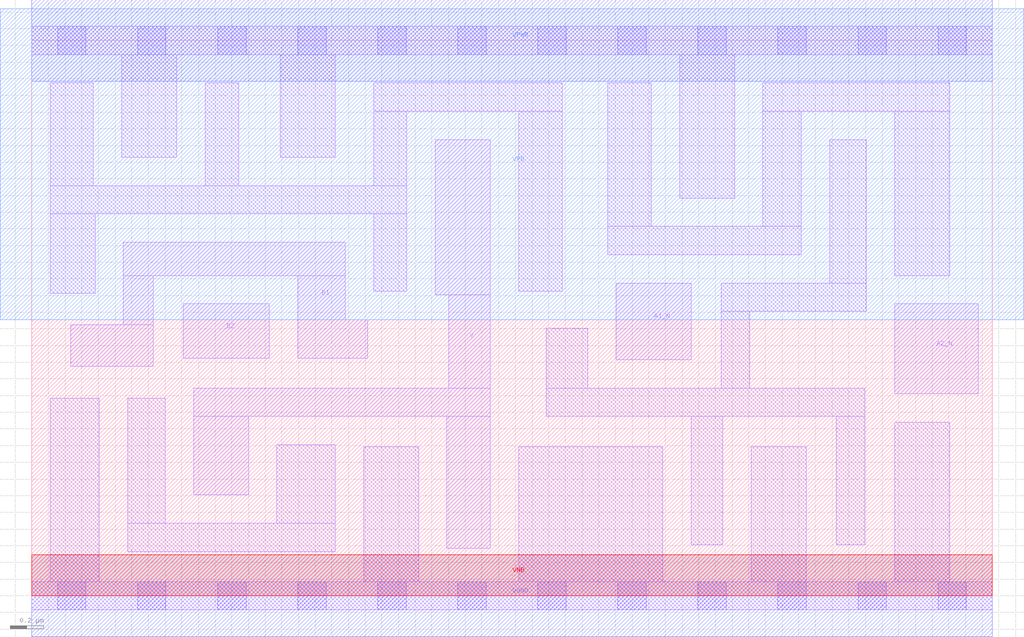
<source format=lef>
# Copyright 2020 The SkyWater PDK Authors
#
# Licensed under the Apache License, Version 2.0 (the "License");
# you may not use this file except in compliance with the License.
# You may obtain a copy of the License at
#
#     https://www.apache.org/licenses/LICENSE-2.0
#
# Unless required by applicable law or agreed to in writing, software
# distributed under the License is distributed on an "AS IS" BASIS,
# WITHOUT WARRANTIES OR CONDITIONS OF ANY KIND, either express or implied.
# See the License for the specific language governing permissions and
# limitations under the License.
#
# SPDX-License-Identifier: Apache-2.0

VERSION 5.7 ;
  NOWIREEXTENSIONATPIN ON ;
  DIVIDERCHAR "/" ;
  BUSBITCHARS "[]" ;
MACRO sky130_fd_sc_lp__a2bb2oi_2
  CLASS CORE ;
  FOREIGN sky130_fd_sc_lp__a2bb2oi_2 ;
  ORIGIN  0.000000  0.000000 ;
  SIZE  5.760000 BY  3.330000 ;
  SYMMETRY X Y R90 ;
  SITE unit ;
  PIN A1_N
    ANTENNAGATEAREA  0.630000 ;
    DIRECTION INPUT ;
    USE SIGNAL ;
    PORT
      LAYER li1 ;
        RECT 3.505000 1.415000 3.955000 1.875000 ;
    END
  END A1_N
  PIN A2_N
    ANTENNAGATEAREA  0.630000 ;
    DIRECTION INPUT ;
    USE SIGNAL ;
    PORT
      LAYER li1 ;
        RECT 5.175000 1.210000 5.675000 1.750000 ;
    END
  END A2_N
  PIN B1
    ANTENNAGATEAREA  0.630000 ;
    DIRECTION INPUT ;
    USE SIGNAL ;
    PORT
      LAYER li1 ;
        RECT 0.235000 1.375000 0.730000 1.625000 ;
        RECT 0.550000 1.625000 0.730000 1.920000 ;
        RECT 0.550000 1.920000 1.880000 2.120000 ;
        RECT 1.595000 1.425000 2.015000 1.655000 ;
        RECT 1.595000 1.655000 1.880000 1.920000 ;
    END
  END B1
  PIN B2
    ANTENNAGATEAREA  0.630000 ;
    DIRECTION INPUT ;
    USE SIGNAL ;
    PORT
      LAYER li1 ;
        RECT 0.910000 1.425000 1.425000 1.750000 ;
    END
  END B2
  PIN Y
    ANTENNADIFFAREA  0.823200 ;
    DIRECTION OUTPUT ;
    USE SIGNAL ;
    PORT
      LAYER li1 ;
        RECT 0.970000 0.605000 1.300000 1.075000 ;
        RECT 0.970000 1.075000 2.750000 1.245000 ;
        RECT 2.420000 1.805000 2.750000 2.735000 ;
        RECT 2.490000 0.285000 2.750000 1.075000 ;
        RECT 2.500000 1.245000 2.750000 1.805000 ;
    END
  END Y
  PIN VGND
    DIRECTION INOUT ;
    USE GROUND ;
    PORT
      LAYER met1 ;
        RECT 0.000000 -0.245000 5.760000 0.245000 ;
    END
  END VGND
  PIN VNB
    DIRECTION INOUT ;
    USE GROUND ;
    PORT
      LAYER pwell ;
        RECT 0.000000 0.000000 5.760000 0.245000 ;
    END
  END VNB
  PIN VPB
    DIRECTION INOUT ;
    USE POWER ;
    PORT
      LAYER nwell ;
        RECT -0.190000 1.655000 5.950000 3.520000 ;
    END
  END VPB
  PIN VPWR
    DIRECTION INOUT ;
    USE POWER ;
    PORT
      LAYER met1 ;
        RECT 0.000000 3.085000 5.760000 3.575000 ;
    END
  END VPWR
  OBS
    LAYER li1 ;
      RECT 0.000000 -0.085000 5.760000 0.085000 ;
      RECT 0.000000  3.245000 5.760000 3.415000 ;
      RECT 0.110000  0.085000 0.405000 1.185000 ;
      RECT 0.110000  1.815000 0.380000 2.290000 ;
      RECT 0.110000  2.290000 2.250000 2.460000 ;
      RECT 0.110000  2.460000 0.370000 3.075000 ;
      RECT 0.540000  2.630000 0.870000 3.245000 ;
      RECT 0.575000  0.265000 1.820000 0.435000 ;
      RECT 0.575000  0.435000 0.800000 1.185000 ;
      RECT 1.040000  2.460000 1.240000 3.075000 ;
      RECT 1.470000  0.435000 1.820000 0.905000 ;
      RECT 1.490000  2.630000 1.820000 3.245000 ;
      RECT 1.990000  0.085000 2.320000 0.895000 ;
      RECT 2.050000  1.825000 2.250000 2.290000 ;
      RECT 2.050000  2.460000 2.250000 2.905000 ;
      RECT 2.050000  2.905000 3.180000 3.075000 ;
      RECT 2.920000  0.085000 3.785000 0.895000 ;
      RECT 2.920000  1.825000 3.180000 2.905000 ;
      RECT 3.085000  1.075000 4.995000 1.245000 ;
      RECT 3.085000  1.245000 3.335000 1.605000 ;
      RECT 3.455000  2.045000 4.615000 2.215000 ;
      RECT 3.455000  2.215000 3.715000 3.075000 ;
      RECT 3.885000  2.385000 4.215000 3.245000 ;
      RECT 3.955000  0.305000 4.145000 1.075000 ;
      RECT 4.135000  1.245000 4.305000 1.705000 ;
      RECT 4.135000  1.705000 5.005000 1.875000 ;
      RECT 4.315000  0.085000 4.645000 0.895000 ;
      RECT 4.385000  2.215000 4.615000 2.905000 ;
      RECT 4.385000  2.905000 5.505000 3.075000 ;
      RECT 4.785000  1.875000 5.005000 2.735000 ;
      RECT 4.825000  0.305000 4.995000 1.075000 ;
      RECT 5.175000  0.085000 5.505000 1.040000 ;
      RECT 5.175000  1.920000 5.505000 2.905000 ;
    LAYER mcon ;
      RECT 0.155000 -0.085000 0.325000 0.085000 ;
      RECT 0.155000  3.245000 0.325000 3.415000 ;
      RECT 0.635000 -0.085000 0.805000 0.085000 ;
      RECT 0.635000  3.245000 0.805000 3.415000 ;
      RECT 1.115000 -0.085000 1.285000 0.085000 ;
      RECT 1.115000  3.245000 1.285000 3.415000 ;
      RECT 1.595000 -0.085000 1.765000 0.085000 ;
      RECT 1.595000  3.245000 1.765000 3.415000 ;
      RECT 2.075000 -0.085000 2.245000 0.085000 ;
      RECT 2.075000  3.245000 2.245000 3.415000 ;
      RECT 2.555000 -0.085000 2.725000 0.085000 ;
      RECT 2.555000  3.245000 2.725000 3.415000 ;
      RECT 3.035000 -0.085000 3.205000 0.085000 ;
      RECT 3.035000  3.245000 3.205000 3.415000 ;
      RECT 3.515000 -0.085000 3.685000 0.085000 ;
      RECT 3.515000  3.245000 3.685000 3.415000 ;
      RECT 3.995000 -0.085000 4.165000 0.085000 ;
      RECT 3.995000  3.245000 4.165000 3.415000 ;
      RECT 4.475000 -0.085000 4.645000 0.085000 ;
      RECT 4.475000  3.245000 4.645000 3.415000 ;
      RECT 4.955000 -0.085000 5.125000 0.085000 ;
      RECT 4.955000  3.245000 5.125000 3.415000 ;
      RECT 5.435000 -0.085000 5.605000 0.085000 ;
      RECT 5.435000  3.245000 5.605000 3.415000 ;
  END
END sky130_fd_sc_lp__a2bb2oi_2
END LIBRARY

</source>
